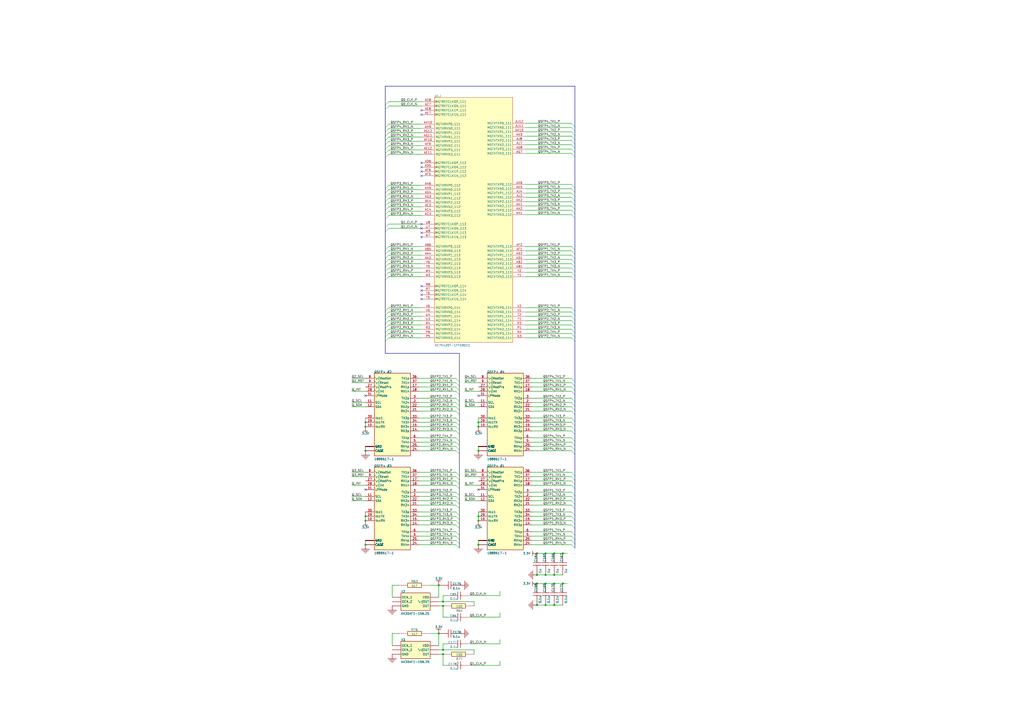
<source format=kicad_sch>
(kicad_sch (version 20221126) (generator eeschema)
  (paper "A2")
  (junction (at 277.5 315.989))
  (junction (at 212 247.489))
  (junction (at 316.5 338.489))
  (junction (at 321.5 338.489))
  (junction (at 254.5 339.489))
  (junction (at 277.5 299.489))
  (junction (at 277.5 261.489))
  (junction (at 256.999 379.489))
  (junction (at 311.5 350.989))
  (junction (at 256.999 376.989))
  (junction (at 277.5 247.489))
  (junction (at 212 244.989))
  (junction (at 311.5 338.489))
  (junction (at 316.5 320.989))
  (junction (at 326.5 320.989))
  (junction (at 321.5 350.989))
  (junction (at 321.5 333.489))
  (junction (at 212 261.489))
  (junction (at 311.5 320.989))
  (junction (at 316.5 333.489))
  (junction (at 256.999 351.489))
  (junction (at 212 301.989))
  (junction (at 212 315.989))
  (junction (at 256.999 348.989))
  (junction (at 212 299.489))
  (junction (at 316.5 350.989))
  (junction (at 321.5 320.989))
  (junction (at 277.5 301.989))
  (junction (at 277.5 244.989))
  (junction (at 326.5 338.489))
  (junction (at 311.5 333.489))
  (junction (at 254.5 367.489))
  (no_connect (at 244.5 66.489))
  (no_connect (at 244.5 137.489))
  (no_connect (at 244.5 94.489))
  (no_connect (at 244.5 96.989))
  (no_connect (at 244.5 99.489))
  (no_connect (at 244.5 165.989))
  (no_connect (at 244.5 129.989))
  (no_connect (at 244.5 168.489))
  (no_connect (at 244.5 173.489))
  (no_connect (at 212 229.489))
  (no_connect (at 212 283.989))
  (no_connect (at 244.5 170.989))
  (no_connect (at 244.5 132.489))
  (no_connect (at 277.5 229.489))
  (no_connect (at 277.5 283.989))
  (no_connect (at 244.5 63.989))
  (no_connect (at 244.5 101.989))
  (no_connect (at 244.5 134.989))
  (bus_entry (at 333.5 126.489) (size -2 -2))
  (bus_entry (at 333.5 149.989) (size -2 -2))
  (bus_entry (at 333.5 275.989) (size -2 -2))
  (bus_entry (at 266.5 249.489) (size -2 -2))
  (bus_entry (at 333.5 192.989) (size -2 -2))
  (bus_entry (at 266.5 237.989) (size -2 -2))
  (bus_entry (at 333.5 237.989) (size -2 -2))
  (bus_entry (at 333.5 162.489) (size -2 -2))
  (bus_entry (at 223.5 83.989) (size 2 -2))
  (bus_entry (at 333.5 303.989) (size -2 -2))
  (bus_entry (at 333.5 246.989) (size -2 -2))
  (bus_entry (at 333.5 147.489) (size -2 -2))
  (bus_entry (at 223.5 116.989) (size 2 -2))
  (bus_entry (at 333.5 195.489) (size -2 -2))
  (bus_entry (at 333.5 287.489) (size -2 -2))
  (bus_entry (at 266.5 255.989) (size -2 -2))
  (bus_entry (at 266.5 287.489) (size -2 -2))
  (bus_entry (at 333.5 187.989) (size -2 -2))
  (bus_entry (at 266.5 278.489) (size -2 -2))
  (bus_entry (at 266.5 251.989) (size -2 -2))
  (bus_entry (at 266.5 294.989) (size -2 -2))
  (bus_entry (at 333.5 294.989) (size -2 -2))
  (bus_entry (at 266.5 315.489) (size -2 -2))
  (bus_entry (at 223.5 119.489) (size 2 -2))
  (bus_entry (at 333.5 226.489) (size -2 -2))
  (bus_entry (at 266.5 244.489) (size -2 -2))
  (bus_entry (at 223.5 114.489) (size 2 -2))
  (bus_entry (at 333.5 244.489) (size -2 -2))
  (bus_entry (at 223.5 157.489) (size 2 -2))
  (bus_entry (at 266.5 292.489) (size -2 -2))
  (bus_entry (at 223.5 126.989) (size 2 -2))
  (bus_entry (at 266.5 312.989) (size -2 -2))
  (bus_entry (at 223.5 81.489) (size 2 -2))
  (bus_entry (at 223.5 60.989) (size 2 -2))
  (bus_entry (at 266.5 240.489) (size -2 -2))
  (bus_entry (at 223.5 195.489) (size 2 -2))
  (bus_entry (at 223.5 192.989) (size 2 -2))
  (bus_entry (at 333.5 118.989) (size -2 -2))
  (bus_entry (at 266.5 280.989) (size -2 -2))
  (bus_entry (at 333.5 301.489) (size -2 -2))
  (bus_entry (at 333.5 292.489) (size -2 -2))
  (bus_entry (at 333.5 223.989) (size -2 -2))
  (bus_entry (at 333.5 73.489) (size -2 -2))
  (bus_entry (at 333.5 75.989) (size -2 -2))
  (bus_entry (at 223.5 144.989) (size 2 -2))
  (bus_entry (at 333.5 232.989) (size -2 -2))
  (bus_entry (at 223.5 124.489) (size 2 -2))
  (bus_entry (at 223.5 162.489) (size 2 -2))
  (bus_entry (at 333.5 83.489) (size -2 -2))
  (bus_entry (at 223.5 147.489) (size 2 -2))
  (bus_entry (at 333.5 263.489) (size -2 -2))
  (bus_entry (at 223.5 190.489) (size 2 -2))
  (bus_entry (at 333.5 280.989) (size -2 -2))
  (bus_entry (at 333.5 111.489) (size -2 -2))
  (bus_entry (at 333.5 283.489) (size -2 -2))
  (bus_entry (at 333.5 228.989) (size -2 -2))
  (bus_entry (at 333.5 310.489) (size -2 -2))
  (bus_entry (at 223.5 154.989) (size 2 -2))
  (bus_entry (at 333.5 157.489) (size -2 -2))
  (bus_entry (at 223.5 121.989) (size 2 -2))
  (bus_entry (at 333.5 289.989) (size -2 -2))
  (bus_entry (at 333.5 108.989) (size -2 -2))
  (bus_entry (at 223.5 109.489) (size 2 -2))
  (bus_entry (at 223.5 111.989) (size 2 -2))
  (bus_entry (at 333.5 144.989) (size -2 -2))
  (bus_entry (at 223.5 180.489) (size 2 -2))
  (bus_entry (at 333.5 78.489) (size -2 -2))
  (bus_entry (at 266.5 298.989) (size -2 -2))
  (bus_entry (at 333.5 278.489) (size -2 -2))
  (bus_entry (at 266.5 228.989) (size -2 -2))
  (bus_entry (at 223.5 73.989) (size 2 -2))
  (bus_entry (at 223.5 149.989) (size 2 -2))
  (bus_entry (at 223.5 63.489) (size 2 -2))
  (bus_entry (at 266.5 223.989) (size -2 -2))
  (bus_entry (at 223.5 76.489) (size 2 -2))
  (bus_entry (at 266.5 263.489) (size -2 -2))
  (bus_entry (at 333.5 260.989) (size -2 -2))
  (bus_entry (at 333.5 80.989) (size -2 -2))
  (bus_entry (at 333.5 123.989) (size -2 -2))
  (bus_entry (at 333.5 306.489) (size -2 -2))
  (bus_entry (at 223.5 182.989) (size 2 -2))
  (bus_entry (at 333.5 180.489) (size -2 -2))
  (bus_entry (at 223.5 185.489) (size 2 -2))
  (bus_entry (at 333.5 88.489) (size -2 -2))
  (bus_entry (at 266.5 235.489) (size -2 -2))
  (bus_entry (at 333.5 315.489) (size -2 -2))
  (bus_entry (at 266.5 221.489) (size -2 -2))
  (bus_entry (at 266.5 303.989) (size -2 -2))
  (bus_entry (at 266.5 283.489) (size -2 -2))
  (bus_entry (at 333.5 85.989) (size -2 -2))
  (bus_entry (at 333.5 197.989) (size -2 -2))
  (bus_entry (at 266.5 232.989) (size -2 -2))
  (bus_entry (at 333.5 159.989) (size -2 -2))
  (bus_entry (at 266.5 301.489) (size -2 -2))
  (bus_entry (at 333.5 185.489) (size -2 -2))
  (bus_entry (at 223.5 131.989) (size 2 -2))
  (bus_entry (at 266.5 306.489) (size -2 -2))
  (bus_entry (at 266.5 310.489) (size -2 -2))
  (bus_entry (at 333.5 182.989) (size -2 -2))
  (bus_entry (at 333.5 317.989) (size -2 -2))
  (bus_entry (at 333.5 152.489) (size -2 -2))
  (bus_entry (at 223.5 91.489) (size 2 -2))
  (bus_entry (at 266.5 260.989) (size -2 -2))
  (bus_entry (at 333.5 90.989) (size -2 -2))
  (bus_entry (at 333.5 235.489) (size -2 -2))
  (bus_entry (at 223.5 134.489) (size 2 -2))
  (bus_entry (at 266.5 258.489) (size -2 -2))
  (bus_entry (at 333.5 240.489) (size -2 -2))
  (bus_entry (at 333.5 190.489) (size -2 -2))
  (bus_entry (at 266.5 275.989) (size -2 -2))
  (bus_entry (at 333.5 312.989) (size -2 -2))
  (bus_entry (at 333.5 221.489) (size -2 -2))
  (bus_entry (at 333.5 113.989) (size -2 -2))
  (bus_entry (at 333.5 298.989) (size -2 -2))
  (bus_entry (at 333.5 121.489) (size -2 -2))
  (bus_entry (at 223.5 187.989) (size 2 -2))
  (bus_entry (at 223.5 152.489) (size 2 -2))
  (bus_entry (at 266.5 226.489) (size -2 -2))
  (bus_entry (at 266.5 317.989) (size -2 -2))
  (bus_entry (at 333.5 249.489) (size -2 -2))
  (bus_entry (at 333.5 154.989) (size -2 -2))
  (bus_entry (at 333.5 255.989) (size -2 -2))
  (bus_entry (at 223.5 88.989) (size 2 -2))
  (bus_entry (at 333.5 258.489) (size -2 -2))
  (bus_entry (at 223.5 159.989) (size 2 -2))
  (bus_entry (at 333.5 251.989) (size -2 -2))
  (bus_entry (at 223.5 86.489) (size 2 -2))
  (bus_entry (at 223.5 78.989) (size 2 -2))
  (bus_entry (at 266.5 246.989) (size -2 -2))
  (bus_entry (at 223.5 197.989) (size 2 -2))
  (bus_entry (at 333.5 116.489) (size -2 -2))
  (bus_entry (at 266.5 289.989) (size -2 -2))
  (wire (pts (xy 289.999 385.989) (xy 289.999 383.489)) (stroke (width 0.254)))
  (wire (pts (xy 244.5 142.989) (xy 225.5 142.989)) (stroke (width 0.254)))
  (wire (pts (xy 272.5 373.489) (xy 289.999 373.489)) (stroke (width 0.254)))
  (wire (pts (xy 308.5 313.489) (xy 331.5 313.489)) (stroke (width 0.254)))
  (wire (pts (xy 308.5 261.489) (xy 331.5 261.489)) (stroke (width 0.254)))
  (bus (pts (xy 333.5 182.989) (xy 333.5 185.489)) (stroke (width 0.254)))
  (bus (pts (xy 223.5 192.989) (xy 223.5 190.489)) (stroke (width 0.254)))
  (bus (pts (xy 333.5 294.989) (xy 333.5 298.989)) (stroke (width 0.254)))
  (wire (pts (xy 244.5 145.489) (xy 225.5 145.489)) (stroke (width 0.254)))
  (wire (pts (xy 243 256.489) (xy 264.5 256.489)) (stroke (width 0.254)))
  (wire (pts (xy 331.5 114.489) (xy 305 114.489)) (stroke (width 0.254)))
  (wire (pts (xy 212 315.989) (xy 212 313.489)) (stroke (width 0.254)))
  (wire (pts (xy 244.5 129.989) (xy 225.5 129.989)) (stroke (width 0.254)))
  (wire (pts (xy 254.5 339.489) (xy 249.5 339.489)) (stroke (width 0.254)))
  (wire (pts (xy 308.5 258.989) (xy 331.5 258.989)) (stroke (width 0.254)))
  (bus (pts (xy 333.5 255.989) (xy 333.5 258.489)) (stroke (width 0.254)))
  (bus (pts (xy 333.5 263.489) (xy 333.5 275.989)) (stroke (width 0.254)))
  (bus (pts (xy 333.5 80.989) (xy 333.5 83.489)) (stroke (width 0.254)))
  (bus (pts (xy 333.5 246.989) (xy 333.5 249.489)) (stroke (width 0.254)))
  (bus (pts (xy 333.5 287.489) (xy 333.5 289.989)) (stroke (width 0.254)))
  (wire (pts (xy 311.5 320.989) (xy 316.5 320.989)) (stroke (width 0.254)))
  (wire (pts (xy 308.5 256.489) (xy 331.5 256.489)) (stroke (width 0.254)))
  (bus (pts (xy 333.5 157.489) (xy 333.5 159.989)) (stroke (width 0.254)))
  (wire (pts (xy 243 315.989) (xy 264.5 315.989)) (stroke (width 0.254)))
  (wire (pts (xy 243 235.989) (xy 264.5 235.989)) (stroke (width 0.254)))
  (wire (pts (xy 305 71.489) (xy 331.5 71.489)) (stroke (width 0.254)))
  (wire (pts (xy 331.5 150.489) (xy 305 150.489)) (stroke (width 0.254)))
  (wire (pts (xy 311.5 338.489) (xy 316.5 338.489)) (stroke (width 0.254)))
  (wire (pts (xy 321.5 350.989) (xy 326.5 350.989)) (stroke (width 0.254)))
  (wire (pts (xy 308.5 301.989) (xy 331.5 301.989)) (stroke (width 0.254)))
  (wire (pts (xy 254.5 348.989) (xy 256.999 348.989)) (stroke (width 0.254)))
  (wire (pts (xy 212 242.489) (xy 212 244.989)) (stroke (width 0.254)))
  (bus (pts (xy 223.5 152.489) (xy 223.5 149.989)) (stroke (width 0.254)))
  (wire (pts (xy 277.5 219.489) (xy 269.5 219.489)) (stroke (width 0.254)))
  (wire (pts (xy 331.5 121.989) (xy 305 121.989)) (stroke (width 0.254)))
  (wire (pts (xy 289.999 345.489) (xy 289.999 342.989)) (stroke (width 0.254)))
  (wire (pts (xy 244.5 152.989) (xy 225.5 152.989)) (stroke (width 0.254)))
  (wire (pts (xy 243 281.489) (xy 264.5 281.489)) (stroke (width 0.254)))
  (wire (pts (xy 277.5 287.989) (xy 269.5 287.989)) (stroke (width 0.254)))
  (wire (pts (xy 308.5 304.489) (xy 331.5 304.489)) (stroke (width 0.254)))
  (wire (pts (xy 305 86.489) (xy 331.5 86.489)) (stroke (width 0.254)))
  (wire (pts (xy 243 273.989) (xy 264.5 273.989)) (stroke (width 0.254)))
  (wire (pts (xy 331.5 157.989) (xy 305 157.989)) (stroke (width 0.254)))
  (wire (pts (xy 212 287.989) (xy 204 287.989)) (stroke (width 0.254)))
  (wire (pts (xy 243 299.489) (xy 264.5 299.489)) (stroke (width 0.254)))
  (bus (pts (xy 333.5 185.489) (xy 333.5 187.989)) (stroke (width 0.254)))
  (bus (pts (xy 223.5 180.489) (xy 223.5 162.489)) (stroke (width 0.254)))
  (wire (pts (xy 244.5 61.489) (xy 225.5 61.489)) (stroke (width 0.254)))
  (bus (pts (xy 333.5 258.489) (xy 333.5 260.989)) (stroke (width 0.254)))
  (wire (pts (xy 225.5 79.489) (xy 244.5 79.489)) (stroke (width 0.254)))
  (bus (pts (xy 223.5 124.489) (xy 223.5 121.989)) (stroke (width 0.254)))
  (bus (pts (xy 333.5 159.989) (xy 333.5 162.489)) (stroke (width 0.254)))
  (wire (pts (xy 308.5 221.989) (xy 331.5 221.989)) (stroke (width 0.254)))
  (wire (pts (xy 243 247.489) (xy 264.5 247.489)) (stroke (width 0.254)))
  (bus (pts (xy 223.5 60.989) (xy 223.5 49.99)) (stroke (width 0.254)))
  (wire (pts (xy 277.5 299.489) (xy 277.5 301.989)) (stroke (width 0.254)))
  (wire (pts (xy 254.5 367.489) (xy 249.5 367.489)) (stroke (width 0.254)))
  (wire (pts (xy 331.5 145.489) (xy 305 145.489)) (stroke (width 0.254)))
  (wire (pts (xy 243 244.989) (xy 264.5 244.989)) (stroke (width 0.254)))
  (wire (pts (xy 212 296.989) (xy 212 299.489)) (stroke (width 0.254)))
  (wire (pts (xy 305 106.989) (xy 331.5 106.989)) (stroke (width 0.254)))
  (wire (pts (xy 243 249.989) (xy 264.5 249.989)) (stroke (width 0.254)))
  (wire (pts (xy 256.999 351.489) (xy 254.5 351.489)) (stroke (width 0.254)))
  (wire (pts (xy 305 185.989) (xy 331.5 185.989)) (stroke (width 0.254)))
  (bus (pts (xy 223.5 190.489) (xy 223.5 187.989)) (stroke (width 0.254)))
  (bus (pts (xy 333.5 187.989) (xy 333.5 190.489)) (stroke (width 0.254)))
  (bus (pts (xy 333.5 228.989) (xy 333.5 232.989)) (stroke (width 0.254)))
  (bus (pts (xy 333.5 301.489) (xy 333.5 303.989)) (stroke (width 0.254)))
  (bus (pts (xy 223.5 114.489) (xy 223.5 111.989)) (stroke (width 0.254)))
  (wire (pts (xy 243 253.989) (xy 264.5 253.989)) (stroke (width 0.254)))
  (bus (pts (xy 223.5 88.989) (xy 223.5 86.489)) (stroke (width 0.254)))
  (wire (pts (xy 243 301.989) (xy 264.5 301.989)) (stroke (width 0.254)))
  (wire (pts (xy 254.5 374.489) (xy 254.5 367.489)) (stroke (width 0.254)))
  (wire (pts (xy 256.999 348.989) (xy 274.999 348.989)) (stroke (width 0.254)))
  (wire (pts (xy 212 273.989) (xy 204 273.989)) (stroke (width 0.254)))
  (wire (pts (xy 308.5 224.489) (xy 331.5 224.489)) (stroke (width 0.254)))
  (wire (pts (xy 305 180.989) (xy 331.5 180.989)) (stroke (width 0.254)))
  (wire (pts (xy 225.5 109.989) (xy 244.5 109.989)) (stroke (width 0.254)))
  (wire (pts (xy 308.5 244.989) (xy 331.5 244.989)) (stroke (width 0.254)))
  (bus (pts (xy 333.5 197.989) (xy 333.5 221.489)) (stroke (width 0.254)))
  (wire (pts (xy 321.5 333.489) (xy 326.5 333.489)) (stroke (width 0.254)))
  (wire (pts (xy 308.5 230.989) (xy 331.5 230.989)) (stroke (width 0.254)))
  (wire (pts (xy 244.5 160.489) (xy 225.5 160.489)) (stroke (width 0.254)))
  (wire (pts (xy 274.999 376.989) (xy 274.999 379.489)) (stroke (width 0.254)))
  (bus (pts (xy 333.5 223.989) (xy 333.5 226.489)) (stroke (width 0.254)))
  (wire (pts (xy 277.5 296.989) (xy 277.5 299.489)) (stroke (width 0.254)))
  (wire (pts (xy 225.5 86.989) (xy 244.5 86.989)) (stroke (width 0.254)))
  (wire (pts (xy 331.5 152.989) (xy 305 152.989)) (stroke (width 0.254)))
  (wire (pts (xy 243 226.989) (xy 264.5 226.989)) (stroke (width 0.254)))
  (wire (pts (xy 256.999 379.489) (xy 256.999 385.989)) (stroke (width 0.254)))
  (wire (pts (xy 212 226.989) (xy 204 226.989)) (stroke (width 0.254)))
  (bus (pts (xy 333.5 147.489) (xy 333.5 149.989)) (stroke (width 0.254)))
  (bus (pts (xy 333.5 310.489) (xy 333.5 312.989)) (stroke (width 0.254)))
  (wire (pts (xy 244.5 132.489) (xy 225.5 132.489)) (stroke (width 0.254)))
  (wire (pts (xy 225.5 107.489) (xy 244.5 107.489)) (stroke (width 0.254)))
  (bus (pts (xy 333.5 162.489) (xy 333.5 180.489)) (stroke (width 0.254)))
  (bus (pts (xy 223.5 83.989) (xy 223.5 81.489)) (stroke (width 0.254)))
  (bus (pts (xy 333.5 90.989) (xy 333.5 108.989)) (stroke (width 0.254)))
  (bus (pts (xy 223.5 131.989) (xy 223.5 126.989)) (stroke (width 0.254)))
  (wire (pts (xy 225.5 71.989) (xy 244.5 71.989)) (stroke (width 0.254)))
  (bus (pts (xy 333.499 49.99) (xy 333.499 73.489)) (stroke (width 0.254)))
  (wire (pts (xy 256.999 357.989) (xy 260 357.989)) (stroke (width 0.254)))
  (bus (pts (xy 333.5 226.489) (xy 333.5 228.989)) (stroke (width 0.254)))
  (wire (pts (xy 277.5 290.489) (xy 269.5 290.489)) (stroke (width 0.254)))
  (wire (pts (xy 311.5 350.989) (xy 316.5 350.989)) (stroke (width 0.254)))
  (wire (pts (xy 308.5 276.489) (xy 331.5 276.489)) (stroke (width 0.254)))
  (wire (pts (xy 308.5 296.989) (xy 331.5 296.989)) (stroke (width 0.254)))
  (bus (pts (xy 333.5 260.989) (xy 333.5 263.489)) (stroke (width 0.254)))
  (wire (pts (xy 243 310.989) (xy 264.5 310.989)) (stroke (width 0.254)))
  (bus (pts (xy 223.5 157.489) (xy 223.5 154.989)) (stroke (width 0.254)))
  (wire (pts (xy 243 221.989) (xy 264.5 221.989)) (stroke (width 0.254)))
  (wire (pts (xy 305 76.489) (xy 331.5 76.489)) (stroke (width 0.254)))
  (bus (pts (xy 333.5 240.489) (xy 333.5 244.489)) (stroke (width 0.254)))
  (bus (pts (xy 333.5 312.989) (xy 333.5 315.489)) (stroke (width 0.254)))
  (bus (pts (xy 333.5 108.989) (xy 333.5 111.489)) (stroke (width 0.254)))
  (wire (pts (xy 225.5 81.989) (xy 244.5 81.989)) (stroke (width 0.254)))
  (bus (pts (xy 333.5 315.489) (xy 333.5 317.989)) (stroke (width 0.254)))
  (wire (pts (xy 331.5 119.489) (xy 305 119.489)) (stroke (width 0.254)))
  (bus (pts (xy 223.5 121.989) (xy 223.5 119.489)) (stroke (width 0.254)))
  (wire (pts (xy 308.5 235.989) (xy 331.5 235.989)) (stroke (width 0.254)))
  (bus (pts (xy 223.5 144.989) (xy 223.5 134.489)) (stroke (width 0.254)))
  (wire (pts (xy 308.5 242.489) (xy 331.5 242.489)) (stroke (width 0.254)))
  (bus (pts (xy 333.5 190.489) (xy 333.5 192.989)) (stroke (width 0.254)))
  (bus (pts (xy 333.5 306.489) (xy 333.5 310.489)) (stroke (width 0.254)))
  (wire (pts (xy 308.5 278.989) (xy 331.5 278.989)) (stroke (width 0.254)))
  (wire (pts (xy 289.999 373.489) (xy 289.999 370.989)) (stroke (width 0.254)))
  (wire (pts (xy 316.5 320.989) (xy 321.5 320.989)) (stroke (width 0.254)))
  (wire (pts (xy 256.999 376.989) (xy 274.999 376.989)) (stroke (width 0.254)))
  (wire (pts (xy 244.5 180.989) (xy 225.5 180.989)) (stroke (width 0.254)))
  (wire (pts (xy 256.999 373.489) (xy 260 373.489)) (stroke (width 0.254)))
  (wire (pts (xy 308.5 299.489) (xy 331.5 299.489)) (stroke (width 0.254)))
  (wire (pts (xy 308.5 253.989) (xy 331.5 253.989)) (stroke (width 0.254)))
  (wire (pts (xy 289.999 357.989) (xy 289.999 355.489)) (stroke (width 0.254)))
  (wire (pts (xy 308.5 273.989) (xy 331.5 273.989)) (stroke (width 0.254)))
  (wire (pts (xy 256.999 385.989) (xy 260 385.989)) (stroke (width 0.254)))
  (wire (pts (xy 225.5 74.489) (xy 244.5 74.489)) (stroke (width 0.254)))
  (wire (pts (xy 243 233.489) (xy 264.5 233.489)) (stroke (width 0.254)))
  (bus (pts (xy 223.5 86.489) (xy 223.5 83.989)) (stroke (width 0.254)))
  (bus (pts (xy 333.5 88.489) (xy 333.5 90.989)) (stroke (width 0.254)))
  (wire (pts (xy 212 290.489) (xy 204 290.489)) (stroke (width 0.254)))
  (wire (pts (xy 243 230.989) (xy 264.5 230.989)) (stroke (width 0.254)))
  (bus (pts (xy 333.5 249.489) (xy 333.5 251.989)) (stroke (width 0.254)))
  (wire (pts (xy 212 235.989) (xy 204 235.989)) (stroke (width 0.254)))
  (wire (pts (xy 225.5 122.489) (xy 244.5 122.489)) (stroke (width 0.254)))
  (bus (pts (xy 333.5 303.989) (xy 333.5 306.489)) (stroke (width 0.254)))
  (bus (pts (xy 333.5 292.489) (xy 333.5 294.989)) (stroke (width 0.254)))
  (wire (pts (xy 243 313.489) (xy 264.5 313.489)) (stroke (width 0.254)))
  (wire (pts (xy 277.5 242.489) (xy 277.5 244.989)) (stroke (width 0.254)))
  (wire (pts (xy 316.5 338.489) (xy 321.5 338.489)) (stroke (width 0.254)))
  (wire (pts (xy 225.5 114.989) (xy 244.5 114.989)) (stroke (width 0.254)))
  (wire (pts (xy 244.5 58.989) (xy 225.5 58.989)) (stroke (width 0.254)))
  (wire (pts (xy 308.5 287.989) (xy 331.5 287.989)) (stroke (width 0.254)))
  (wire (pts (xy 227.5 339.489) (xy 227.5 346.489)) (stroke (width 0.254)))
  (wire (pts (xy 243 296.989) (xy 264.5 296.989)) (stroke (width 0.254)))
  (wire (pts (xy 212 219.489) (xy 204 219.489)) (stroke (width 0.254)))
  (bus (pts (xy 333.5 283.489) (xy 333.5 287.489)) (stroke (width 0.254)))
  (bus (pts (xy 223.5 134.489) (xy 223.5 131.989)) (stroke (width 0.254)))
  (bus (pts (xy 223.5 187.989) (xy 223.5 185.489)) (stroke (width 0.254)))
  (wire (pts (xy 244.5 193.489) (xy 225.5 193.489)) (stroke (width 0.254)))
  (wire (pts (xy 308.5 292.989) (xy 331.5 292.989)) (stroke (width 0.254)))
  (wire (pts (xy 243 219.489) (xy 264.5 219.489)) (stroke (width 0.254)))
  (bus (pts (xy 223.5 154.989) (xy 223.5 152.489)) (stroke (width 0.254)))
  (wire (pts (xy 305 195.989) (xy 331.5 195.989)) (stroke (width 0.254)))
  (wire (pts (xy 225.5 89.489) (xy 244.5 89.489)) (stroke (width 0.254)))
  (bus (pts (xy 223.5 197.989) (xy 223.5 195.489)) (stroke (width 0.254)))
  (wire (pts (xy 212 299.489) (xy 212 301.989)) (stroke (width 0.254)))
  (wire (pts (xy 243 242.489) (xy 264.5 242.489)) (stroke (width 0.254)))
  (wire (pts (xy 231.5 339.489) (xy 227.5 339.489)) (stroke (width 0.254)))
  (wire (pts (xy 277.5 235.989) (xy 269.5 235.989)) (stroke (width 0.254)))
  (wire (pts (xy 305 83.989) (xy 331.5 83.989)) (stroke (width 0.254)))
  (wire (pts (xy 308.5 315.989) (xy 331.5 315.989)) (stroke (width 0.254)))
  (wire (pts (xy 243 258.989) (xy 264.5 258.989)) (stroke (width 0.254)))
  (bus (pts (xy 333.5 123.989) (xy 333.5 126.489)) (stroke (width 0.254)))
  (bus (pts (xy 223.5 73.989) (xy 223.5 63.489)) (stroke (width 0.254)))
  (wire (pts (xy 331.5 160.489) (xy 305 160.489)) (stroke (width 0.254)))
  (wire (pts (xy 331.5 111.989) (xy 305 111.989)) (stroke (width 0.254)))
  (wire (pts (xy 308.5 281.489) (xy 331.5 281.489)) (stroke (width 0.254)))
  (wire (pts (xy 243 285.489) (xy 264.5 285.489)) (stroke (width 0.254)))
  (wire (pts (xy 272.5 357.989) (xy 289.999 357.989)) (stroke (width 0.254)))
  (wire (pts (xy 305 178.489) (xy 331.5 178.489)) (stroke (width 0.254)))
  (bus (pts (xy 223.5 116.989) (xy 223.5 114.489)) (stroke (width 0.254)))
  (bus (pts (xy 333.5 280.989) (xy 333.5 283.489)) (stroke (width 0.254)))
  (bus (pts (xy 333.5 73.489) (xy 333.5 75.989)) (stroke (width 0.254)))
  (wire (pts (xy 308.5 226.989) (xy 331.5 226.989)) (stroke (width 0.254)))
  (bus (pts (xy 333.5 278.489) (xy 333.5 280.989)) (stroke (width 0.254)))
  (bus (pts (xy 223.5 126.989) (xy 223.5 124.489)) (stroke (width 0.254)))
  (bus (pts (xy 333.5 121.489) (xy 333.5 123.989)) (stroke (width 0.254)))
  (bus (pts (xy 333.5 83.489) (xy 333.5 85.989)) (stroke (width 0.254)))
  (wire (pts (xy 305 193.489) (xy 331.5 193.489)) (stroke (width 0.254)))
  (bus (pts (xy 333.5 152.489) (xy 333.5 154.989)) (stroke (width 0.254)))
  (bus (pts (xy 223.5 147.489) (xy 223.5 144.989)) (stroke (width 0.254)))
  (wire (pts (xy 212 276.489) (xy 204 276.489)) (stroke (width 0.254)))
  (bus (pts (xy 333.499 73.489) (xy 333.5 73.489)) (stroke (width 0.254)))
  (wire (pts (xy 308.5 310.989) (xy 331.5 310.989)) (stroke (width 0.254)))
  (wire (pts (xy 244.5 188.489) (xy 225.5 188.489)) (stroke (width 0.254)))
  (wire (pts (xy 244.5 185.989) (xy 225.5 185.989)) (stroke (width 0.254)))
  (wire (pts (xy 243 238.489) (xy 264.5 238.489)) (stroke (width 0.254)))
  (wire (pts (xy 272.5 345.489) (xy 289.999 345.489)) (stroke (width 0.254)))
  (wire (pts (xy 243 308.489) (xy 264.5 308.489)) (stroke (width 0.254)))
  (bus (pts (xy 223.5 63.489) (xy 223.5 60.989)) (stroke (width 0.254)))
  (bus (pts (xy 333.5 144.989) (xy 333.5 147.489)) (stroke (width 0.254)))
  (wire (pts (xy 212 233.489) (xy 204 233.489)) (stroke (width 0.254)))
  (bus (pts (xy 333.5 221.489) (xy 333.5 223.989)) (stroke (width 0.254)))
  (wire (pts (xy 225.5 84.489) (xy 244.5 84.489)) (stroke (width 0.254)))
  (bus (pts (xy 333.5 251.989) (xy 333.5 255.989)) (stroke (width 0.254)))
  (wire (pts (xy 244.5 178.489) (xy 225.5 178.489)) (stroke (width 0.254)))
  (wire (pts (xy 244.5 183.489) (xy 225.5 183.489)) (stroke (width 0.254)))
  (wire (pts (xy 308.5 285.489) (xy 331.5 285.489)) (stroke (width 0.254)))
  (bus (pts (xy 333.5 275.989) (xy 333.5 278.489)) (stroke (width 0.254)))
  (wire (pts (xy 243 304.489) (xy 264.5 304.489)) (stroke (width 0.254)))
  (wire (pts (xy 243 290.489) (xy 264.5 290.489)) (stroke (width 0.254)))
  (wire (pts (xy 316.5 333.489) (xy 321.5 333.489)) (stroke (width 0.254)))
  (wire (pts (xy 326.5 320.989) (xy 329 320.989)) (stroke (width 0.254)))
  (bus (pts (xy 333.5 118.989) (xy 333.5 121.489)) (stroke (width 0.254)))
  (wire (pts (xy 244.5 150.489) (xy 225.5 150.489)) (stroke (width 0.254)))
  (wire (pts (xy 254.5 346.489) (xy 254.5 339.489)) (stroke (width 0.254)))
  (wire (pts (xy 244.5 157.989) (xy 225.5 157.989)) (stroke (width 0.254)))
  (wire (pts (xy 331.5 155.489) (xy 305 155.489)) (stroke (width 0.254)))
  (wire (pts (xy 305 78.989) (xy 331.5 78.989)) (stroke (width 0.254)))
  (wire (pts (xy 225.5 117.489) (xy 244.5 117.489)) (stroke (width 0.254)))
  (wire (pts (xy 305 73.989) (xy 331.5 73.989)) (stroke (width 0.254)))
  (wire (pts (xy 243 261.489) (xy 264.5 261.489)) (stroke (width 0.254)))
  (wire (pts (xy 243 287.989) (xy 264.5 287.989)) (stroke (width 0.254)))
  (bus (pts (xy 223.5 111.989) (xy 223.5 109.489)) (stroke (width 0.254)))
  (wire (pts (xy 308.5 290.489) (xy 331.5 290.489)) (stroke (width 0.254)))
  (bus (pts (xy 333.5 195.489) (xy 333.5 197.989)) (stroke (width 0.254)))
  (wire (pts (xy 311.5 333.489) (xy 316.5 333.489)) (stroke (width 0.254)))
  (wire (pts (xy 277.5 273.989) (xy 269.5 273.989)) (stroke (width 0.254)))
  (wire (pts (xy 277.5 221.989) (xy 269.5 221.989)) (stroke (width 0.254)))
  (bus (pts (xy 266.499 204.989) (xy 223.5 204.989)) (stroke (width 0.254)))
  (bus (pts (xy 333.5 154.989) (xy 333.5 157.489)) (stroke (width 0.254)))
  (wire (pts (xy 212 261.489) (xy 212 258.989)) (stroke (width 0.254)))
  (wire (pts (xy 331.5 124.489) (xy 305 124.489)) (stroke (width 0.254)))
  (wire (pts (xy 256.999 345.489) (xy 256.999 348.989)) (stroke (width 0.254)))
  (bus (pts (xy 333.5 75.989) (xy 333.5 78.489)) (stroke (width 0.254)))
  (wire (pts (xy 227.5 367.489) (xy 227.5 374.489)) (stroke (width 0.254)))
  (wire (pts (xy 231.5 367.489) (xy 227.5 367.489)) (stroke (width 0.254)))
  (wire (pts (xy 243 278.989) (xy 264.5 278.989)) (stroke (width 0.254)))
  (bus (pts (xy 223.5 91.489) (xy 223.5 88.989)) (stroke (width 0.254)))
  (wire (pts (xy 254.5 376.989) (xy 256.999 376.989)) (stroke (width 0.254)))
  (bus (pts (xy 223.5 159.989) (xy 223.5 157.489)) (stroke (width 0.254)))
  (wire (pts (xy 225.5 119.989) (xy 244.5 119.989)) (stroke (width 0.254)))
  (wire (pts (xy 308.5 219.489) (xy 331.5 219.489)) (stroke (width 0.254)))
  (wire (pts (xy 256.999 379.489) (xy 254.5 379.489)) (stroke (width 0.254)))
  (wire (pts (xy 308.5 249.989) (xy 331.5 249.989)) (stroke (width 0.254)))
  (bus (pts (xy 266.5 317.989) (xy 266.499 204.989)) (stroke (width 0.254)))
  (bus (pts (xy 333.5 113.989) (xy 333.5 116.489)) (stroke (width 0.254)))
  (bus (pts (xy 333.5 116.489) (xy 333.5 118.989)) (stroke (width 0.254)))
  (bus (pts (xy 223.5 109.489) (xy 223.5 91.489)) (stroke (width 0.254)))
  (wire (pts (xy 331.5 116.989) (xy 305 116.989)) (stroke (width 0.254)))
  (wire (pts (xy 244.5 147.989) (xy 225.5 147.989)) (stroke (width 0.254)))
  (wire (pts (xy 212 281.489) (xy 204 281.489)) (stroke (width 0.254)))
  (bus (pts (xy 223.5 162.489) (xy 223.5 159.989)) (stroke (width 0.254)))
  (wire (pts (xy 277.5 261.489) (xy 277.5 258.989)) (stroke (width 0.254)))
  (wire (pts (xy 305 183.489) (xy 331.5 183.489)) (stroke (width 0.254)))
  (wire (pts (xy 305 188.489) (xy 331.5 188.489)) (stroke (width 0.254)))
  (wire (pts (xy 243 292.989) (xy 264.5 292.989)) (stroke (width 0.254)))
  (wire (pts (xy 305 81.489) (xy 331.5 81.489)) (stroke (width 0.254)))
  (bus (pts (xy 223.5 78.989) (xy 223.5 76.489)) (stroke (width 0.254)))
  (bus (pts (xy 333.5 237.989) (xy 333.5 240.489)) (stroke (width 0.254)))
  (wire (pts (xy 321.5 320.989) (xy 326.5 320.989)) (stroke (width 0.254)))
  (bus (pts (xy 333.5 235.489) (xy 333.5 237.989)) (stroke (width 0.254)))
  (wire (pts (xy 225.5 76.989) (xy 244.5 76.989)) (stroke (width 0.254)))
  (wire (pts (xy 277.5 233.489) (xy 269.5 233.489)) (stroke (width 0.254)))
  (bus (pts (xy 333.5 126.489) (xy 333.5 144.989)) (stroke (width 0.254)))
  (bus (pts (xy 333.5 111.489) (xy 333.5 113.989)) (stroke (width 0.254)))
  (wire (pts (xy 225.5 112.489) (xy 244.5 112.489)) (stroke (width 0.254)))
  (wire (pts (xy 305 88.989) (xy 331.5 88.989)) (stroke (width 0.254)))
  (bus (pts (xy 223.5 185.489) (xy 223.5 182.989)) (stroke (width 0.254)))
  (wire (pts (xy 308.5 308.489) (xy 331.5 308.489)) (stroke (width 0.254)))
  (wire (pts (xy 277.5 315.989) (xy 277.5 313.489)) (stroke (width 0.254)))
  (wire (pts (xy 331.5 109.489) (xy 305 109.489)) (stroke (width 0.254)))
  (bus (pts (xy 333.5 192.989) (xy 333.5 195.489)) (stroke (width 0.254)))
  (wire (pts (xy 225.5 124.989) (xy 244.5 124.989)) (stroke (width 0.254)))
  (wire (pts (xy 277.5 281.489) (xy 269.5 281.489)) (stroke (width 0.254)))
  (bus (pts (xy 333.5 85.989) (xy 333.5 88.489)) (stroke (width 0.254)))
  (wire (pts (xy 256.999 373.489) (xy 256.999 376.989)) (stroke (width 0.254)))
  (wire (pts (xy 331.5 147.989) (xy 305 147.989)) (stroke (width 0.254)))
  (wire (pts (xy 212 221.989) (xy 204 221.989)) (stroke (width 0.254)))
  (wire (pts (xy 308.5 238.489) (xy 331.5 238.489)) (stroke (width 0.254)))
  (wire (pts (xy 308.5 233.489) (xy 331.5 233.489)) (stroke (width 0.254)))
  (bus (pts (xy 223.5 149.989) (xy 223.5 147.489)) (stroke (width 0.254)))
  (bus (pts (xy 333.5 289.989) (xy 333.5 292.489)) (stroke (width 0.254)))
  (bus (pts (xy 223.5 182.989) (xy 223.5 180.489)) (stroke (width 0.254)))
  (wire (pts (xy 256.999 345.489) (xy 260 345.489)) (stroke (width 0.254)))
  (wire (pts (xy 244.5 190.989) (xy 225.5 190.989)) (stroke (width 0.254)))
  (wire (pts (xy 244.5 155.489) (xy 225.5 155.489)) (stroke (width 0.254)))
  (bus (pts (xy 333.5 78.489) (xy 333.5 80.989)) (stroke (width 0.254)))
  (bus (pts (xy 223.5 204.989) (xy 223.5 197.989)) (stroke (width 0.254)))
  (bus (pts (xy 333.5 232.989) (xy 333.5 235.489)) (stroke (width 0.254)))
  (wire (pts (xy 305 190.989) (xy 331.5 190.989)) (stroke (width 0.254)))
  (bus (pts (xy 223.5 76.489) (xy 223.5 73.989)) (stroke (width 0.254)))
  (wire (pts (xy 256.999 351.489) (xy 256.999 357.989)) (stroke (width 0.254)))
  (bus (pts (xy 223.5 195.489) (xy 223.5 192.989)) (stroke (width 0.254)))
  (bus (pts (xy 223.5 49.99) (xy 333.499 49.99)) (stroke (width 0.254)))
  (bus (pts (xy 223.5 81.489) (xy 223.5 78.989)) (stroke (width 0.254)))
  (bus (pts (xy 333.5 149.989) (xy 333.5 152.489)) (stroke (width 0.254)))
  (wire (pts (xy 243 276.489) (xy 264.5 276.489)) (stroke (width 0.254)))
  (wire (pts (xy 277.5 276.489) (xy 269.5 276.489)) (stroke (width 0.254)))
  (wire (pts (xy 244.5 195.989) (xy 225.5 195.989)) (stroke (width 0.254)))
  (bus (pts (xy 333.5 244.489) (xy 333.5 246.989)) (stroke (width 0.254)))
  (wire (pts (xy 212 244.989) (xy 212 247.489)) (stroke (width 0.254)))
  (wire (pts (xy 277.5 226.989) (xy 269.5 226.989)) (stroke (width 0.254)))
  (wire (pts (xy 308.5 247.489) (xy 331.5 247.489)) (stroke (width 0.254)))
  (wire (pts (xy 274.999 348.989) (xy 274.999 351.489)) (stroke (width 0.254)))
  (wire (pts (xy 272.5 385.989) (xy 289.999 385.989)) (stroke (width 0.254)))
  (wire (pts (xy 331.5 142.989) (xy 305 142.989)) (stroke (width 0.254)))
  (wire (pts (xy 316.5 350.989) (xy 321.5 350.989)) (stroke (width 0.254)))
  (wire (pts (xy 326.5 338.489) (xy 329 338.489)) (stroke (width 0.254)))
  (bus (pts (xy 223.5 119.489) (xy 223.5 116.989)) (stroke (width 0.254)))
  (wire (pts (xy 277.5 244.989) (xy 277.5 247.489)) (stroke (width 0.254)))
  (wire (pts (xy 321.5 338.489) (xy 326.5 338.489)) (stroke (width 0.254)))
  (bus (pts (xy 333.5 180.489) (xy 333.5 182.989)) (stroke (width 0.254)))
  (wire (pts (xy 243 224.489) (xy 264.5 224.489)) (stroke (width 0.254)))
  (bus (pts (xy 333.5 298.989) (xy 333.5 301.489)) (stroke (width 0.254)))
  (label "QSFP2_TX4_N" (at 312 195.989 0))
  (label "QSFP2_RX3_N" (at 226.5 190.989 0))
  (label "QSFP4_RX2_P" (at 226.5 76.989 0))
  (label "QSFP1_TX4_N" (at 315 310.989 0))
  (label "QSFP3_RX3_P" (at 226.5 117.489 0))
  (label "QSFP2_TX1_P" (at 249.5 219.489 0))
  (label "QSFP3_RX2_P" (at 226.5 112.489 0))
  (label "QSFP2_TX1_P" (at 312 178.489 0))
  (label "Q1_SEL" (at 269.5 273.989 0))
  (label "QSFP2_TX2_P" (at 312 183.489 0))
  (label "QSFP3_TX3_N" (at 312 119.489 0))
  (label "QSFP4_RX2_P" (at 315 235.989 0))
  (label "QSFP4_TX4_P" (at 312 86.489 0))
  (label "QSFP1_TX3_P" (at 312 152.989 0))
  (label "QSFP4_RX4_P" (at 226.5 86.989 0))
  (label "Q0_CLK_N" (at 232.5 61.489 0))
  (label "Q_SCL" (at 269.5 233.489 0))
  (label "QSFP4_RX1_P" (at 226.5 71.989 0))
  (label "QSFP2_TX4_N" (at 249.5 256.489 0))
  (label "QSFP3_RX1_P" (at 226.5 107.489 0))
  (label "QSFP1_TX1_N" (at 315 276.489 0))
  (label "QSFP4_TX4_N" (at 312 88.989 0))
  (label "QSFP3_TX3_P" (at 249.5 296.989 0))
  (label "QSFP1_TX3_N" (at 312 155.489 0))
  (label "Q2_RST" (at 204 221.989 0))
  (label "QSFP1_RX3_P" (at 226.5 152.989 0))
  (label "QSFP1_TX2_N" (at 315 287.989 0))
  (label "QSFP1_RX1_P" (at 226.5 142.989 0))
  (label "QSFP4_TX3_P" (at 312 81.489 0))
  (label "QSFP2_RX2_N" (at 226.5 185.989 0))
  (label "QSFP1_RX1_P" (at 315 278.989 0))
  (label "QSFP3_TX4_N" (at 312 124.489 0))
  (label "QSFP3_RX1_P" (at 249.5 278.989 0))
  (label "QSFP1_RX2_P" (at 315 290.489 0))
  (label "QSFP1_TX3_N" (at 315 299.489 0))
  (label "QSFP1_TX1_N" (at 312 145.489 0))
  (label "QSFP3_TX1_P" (at 312 106.989 0))
  (label "Q_SCL" (at 269.5 287.989 0))
  (label "QSFP2_RX2_P" (at 226.5 183.489 0))
  (label "QSFP2_TX4_P" (at 312 193.489 0))
  (label "QSFP2_RX1_N" (at 226.5 180.989 0))
  (label "QSFP3_RX4_P" (at 226.5 122.489 0))
  (label "Q0_CLK_N" (at 272.5 345.489 0))
  (label "QSFP2_TX1_N" (at 249.5 221.989 0))
  (label "QSFP3_RX2_N" (at 226.5 114.989 0))
  (label "QSFP1_RX2_N" (at 226.5 150.489 0))
  (label "QSFP4_TX3_P" (at 315 242.489 0))
  (label "Q_SCL" (at 204 233.489 0))
  (label "QSFP2_RX2_P" (at 249.5 235.989 0))
  (label "QSFP3_TX2_P" (at 312 111.989 0))
  (label "Q_SDA" (at 204 290.489 0))
  (label "QSFP2_RX3_P" (at 226.5 188.489 0))
  (label "QSFP4_TX4_P" (at 315 253.989 0))
  (label "QSFP4_RX1_N" (at 226.5 74.489 0))
  (label "QSFP4_TX4_N" (at 315 256.489 0))
  (label "QSFP2_TX1_N" (at 312 180.989 0))
  (label "QSFP2_RX4_P" (at 249.5 258.989 0))
  (label "QSFP3_TX1_P" (at 249.5 273.989 0))
  (label "QSFP4_RX1_N" (at 315 226.989 0))
  (label "QSFP2_TX3_P" (at 312 188.489 0))
  (label "QSFP4_TX2_P" (at 315 230.989 0))
  (label "QSFP3_TX2_N" (at 312 114.489 0))
  (label "QSFP1_RX3_N" (at 315 304.489 0))
  (label "QSFP1_RX1_N" (at 226.5 145.489 0))
  (label "QSFP2_RX4_N" (at 226.5 195.989 0))
  (label "Q0_CLK_P" (at 232.5 58.989 0))
  (label "QSFP2_RX3_N" (at 249.5 249.989 0))
  (label "QSFP4_RX4_P" (at 315 258.989 0))
  (label "QSFP4_TX3_N" (at 312 83.989 0))
  (label "QSFP4_RX3_N" (at 315 249.989 0))
  (label "Q1_CLK_N" (at 272.5 373.489 0))
  (label "QSFP4_RX3_P" (at 226.5 81.989 0))
  (label "QSFP3_TX3_N" (at 249.5 299.489 0))
  (label "QSFP4_TX2_P" (at 312 76.489 0))
  (label "QSFP3_TX4_P" (at 249.5 308.489 0))
  (label "Q_SDA" (at 269.5 290.489 0))
  (label "QSFP1_TX4_P" (at 315 308.489 0))
  (label "QSFP3_RX4_N" (at 249.5 315.989 0))
  (label "QSFP3_RX2_N" (at 249.5 292.989 0))
  (label "Q_SDA" (at 204 235.989 0))
  (label "QSFP4_RX4_N" (at 226.5 89.489 0))
  (label "QSFP4_TX1_P" (at 312 71.489 0))
  (label "QSFP1_TX1_P" (at 315 273.989 0))
  (label "QSFP2_RX4_P" (at 226.5 193.489 0))
  (label "QSFP3_TX1_N" (at 249.5 276.489 0))
  (label "Q3_SEL" (at 204 273.989 0))
  (label "QSFP4_TX1_N" (at 312 73.989 0))
  (label "Q1_CLK_P" (at 272.5 385.989 0))
  (label "QSFP3_RX3_N" (at 226.5 119.989 0))
  (label "QSFP4_TX2_N" (at 315 233.489 0))
  (label "QSFP2_RX1_P" (at 226.5 178.489 0))
  (label "QSFP4_TX2_N" (at 312 78.989 0))
  (label "QSFP3_TX2_N" (at 249.5 287.989 0))
  (label "QSFP2_TX3_P" (at 249.5 242.489 0))
  (label "QSFP4_RX4_N" (at 315 261.489 0))
  (label "QSFP3_TX3_P" (at 312 116.989 0))
  (label "QSFP2_TX3_N" (at 312 190.989 0))
  (label "Q1_CLK_N" (at 232.5 132.489 0))
  (label "QSFP2_TX2_P" (at 249.5 230.989 0))
  (label "QSFP3_RX1_N" (at 249.5 281.489 0))
  (label "Q4_RST" (at 269.5 221.989 0))
  (label "QSFP3_TX4_P" (at 312 121.989 0))
  (label "QSFP2_RX1_N" (at 249.5 226.989 0))
  (label "QSFP1_RX3_P" (at 315 301.989 0))
  (label "QSFP1_TX3_P" (at 315 296.989 0))
  (label "QSFP2_RX2_N" (at 249.5 238.489 0))
  (label "QSFP1_RX2_N" (at 315 292.989 0))
  (label "QSFP4_RX1_P" (at 315 224.489 0))
  (label "QSFP2_RX3_P" (at 249.5 247.489 0))
  (label "QSFP3_RX3_N" (at 249.5 304.489 0))
  (label "QSFP1_RX4_N" (at 226.5 160.489 0))
  (label "QSFP2_TX2_N" (at 312 185.989 0))
  (label "QSFP4_TX1_N" (at 315 221.989 0))
  (label "QSFP1_TX4_N" (at 312 160.489 0))
  (label "QSFP3_RX4_N" (at 226.5 124.989 0))
  (label "QSFP1_RX4_P" (at 226.5 157.989 0))
  (label "QSFP3_RX2_P" (at 249.5 290.489 0))
  (label "QSFP4_TX3_N" (at 315 244.989 0))
  (label "QSFP3_RX1_N" (at 226.5 109.989 0))
  (label "Q_INT" (at 269.5 226.989 0))
  (label "QSFP3_TX2_P" (at 249.5 285.489 0))
  (label "QSFP1_TX1_P" (at 312 142.989 0))
  (label "QSFP1_TX2_N" (at 312 150.489 0))
  (label "QSFP1_RX4_P" (at 315 313.489 0))
  (label "QSFP2_TX4_P" (at 249.5 253.989 0))
  (label "QSFP1_RX4_N" (at 315 315.989 0))
  (label "Q1_RST" (at 269.5 276.489 0))
  (label "QSFP3_TX4_N" (at 249.5 310.989 0))
  (label "QSFP2_TX2_N" (at 249.5 233.489 0))
  (label "Q2_SEL" (at 204 219.489 0))
  (label "QSFP3_TX1_N" (at 312 109.489 0))
  (label "Q1_CLK_P" (at 232.5 129.989 0))
  (label "QSFP3_RX4_P" (at 249.5 313.489 0))
  (label "QSFP4_RX3_P" (at 315 247.489 0))
  (label "Q_INT" (at 204 281.489 0))
  (label "QSFP1_TX2_P" (at 312 147.989 0))
  (label "QSFP4_TX1_P" (at 315 219.489 0))
  (label "Q_INT" (at 269.5 281.489 0))
  (label "QSFP1_RX2_P" (at 226.5 147.989 0))
  (label "QSFP1_TX2_P" (at 315 285.489 0))
  (label "QSFP3_RX3_P" (at 249.5 301.989 0))
  (label "Q_INT" (at 204 226.989 0))
  (label "QSFP2_TX3_N" (at 249.5 244.989 0))
  (label "QSFP1_TX4_P" (at 312 157.989 0))
  (label "Q_SDA" (at 269.5 235.989 0))
  (label "Q3_RST" (at 204 276.489 0))
  (label "QSFP4_RX2_N" (at 226.5 79.489 0))
  (label "Q4_SEL" (at 269.5 219.489 0))
  (label "QSFP4_RX2_N" (at 315 238.489 0))
  (label "QSFP2_RX1_P" (at 249.5 224.489 0))
  (label "QSFP2_RX4_N" (at 249.5 261.489 0))
  (label "Q_SCL" (at 204 287.989 0))
  (label "Q0_CLK_P" (at 272.5 357.989 0))
  (label "QSFP1_RX3_N" (at 226.5 155.489 0))
  (label "QSFP4_RX3_N" (at 226.5 84.489 0))
  (label "QSFP1_RX1_N" (at 315 281.489 0))
  (symbol (lib_id "m-blanc-altium-import:3.3V") (at 311.5 338.489 270) (unit 1)
    (property "Reference" "#PWR?" (effects hide))
    (property "Value" "3.3V" (at 307.69 338.489 90) (effects (justify right)))
  )
  (symbol (lib_id "m-blanc-altium-import:root_1_CAP 0402") (at 316.5 333.489 0) (unit 1)
    (property "Reference" "C165" (at 316.5 325.989 90) (effects (justify left bottom)))
    (property "Value" "1u" (at 319 332.489 90) (effects (justify left bottom)))
    (property "Footprint" "SMD0402" (effects hide))
  )
  (symbol (lib_id "m-blanc-altium-import:3.3V") (at 212 247.489 0) (unit 1)
    (property "Reference" "#PWR?" (effects hide))
    (property "Value" "3.3V" (at 212 251.299 0))
  )
  (symbol (lib_id "m-blanc-altium-import:3.3V") (at 212 301.989 0) (unit 1)
    (property "Reference" "#PWR?" (effects hide))
    (property "Value" "3.3V" (at 212 305.799 0))
  )
  (symbol (lib_id "m-blanc-altium-import:3.3V") (at 277.5 247.489 0) (unit 1)
    (property "Reference" "#PWR?" (effects hide))
    (property "Value" "3.3V" (at 277.5 251.299 0))
  )
  (symbol (lib_id "m-blanc-altium-import:root_1_CAP 0402") (at 321.5 333.489 0) (unit 1)
    (property "Reference" "C166" (at 321.5 325.989 90) (effects (justify left bottom)))
    (property "Value" "1u" (at 324 332.489 90) (effects (justify left bottom)))
    (property "Footprint" "SMD0402" (effects hide))
  )
  (symbol (lib_id "m-blanc-altium-import:root_0_RES 0402") (at 231.5 339.489 0) (unit 1)
    (property "Reference" "R63" (at 238.506 337.947 0) (effects (justify left bottom)))
    (property "Value" "4k7" (at 238.574 340.56 0) (effects (justify left bottom)))
    (property "Footprint" "SMD0402" (effects hide))
  )
  (symbol (lib_id "m-blanc-altium-import:GND") (at 277.5 261.489 0) (unit 1)
    (property "Reference" "#PWR?" (effects hide))
    (property "Value" "GND" (effects hide))
  )
  (symbol (lib_id "m-blanc-altium-import:GND") (at 311.5 333.489 270) (unit 1)
    (property "Reference" "#PWR?" (effects hide))
    (property "Value" "GND" (effects hide))
  )
  (symbol (lib_id "m-blanc-altium-import:GND") (at 311.5 350.989 270) (unit 1)
    (property "Reference" "#PWR?" (effects hide))
    (property "Value" "GND" (effects hide))
  )
  (symbol (lib_id "m-blanc-altium-import:GND") (at 227.5 351.489 0) (unit 1)
    (property "Reference" "#PWR?" (effects hide))
    (property "Value" "GND" (effects hide))
  )
  (symbol (lib_id "m-blanc-altium-import:GND") (at 227.5 379.489 0) (unit 1)
    (property "Reference" "#PWR?" (effects hide))
    (property "Value" "GND" (effects hide))
  )
  (symbol (lib_id "m-blanc-altium-import:root_0_CAP 0402") (at 260 373.489 0) (unit 1)
    (property "Reference" "C177" (at 259.999 373.489 0) (effects (justify left bottom)))
    (property "Value" "0.1u" (at 260.999 375.989 0) (effects (justify left bottom)))
    (property "Footprint" "SMD0402" (effects hide))
  )
  (symbol (lib_id "m-blanc-altium-import:3.3V") (at 311.5 320.989 270) (unit 1)
    (property "Reference" "#PWR?" (effects hide))
    (property "Value" "3.3V" (at 307.69 320.989 90) (effects (justify right)))
  )
  (symbol (lib_id "m-blanc-altium-import:root_0_AX3DAF1-100.0000") (at 227.5 346.489 0) (unit 1)
    (property "Reference" "Y2" (at 232.58 343.949 0) (effects (justify left bottom)))
    (property "Value" "AX3DAF1-156.25" (at 232.58 356.649 0) (effects (justify left bottom)))
    (property "Footprint" "AX3DAF11000000" (effects hide))
    (property "DATASHEET LINK" "https://abracon.com/datasheets/AX3.pdf" (effects hide))
    (property "HEIGHT" "1.1mm" (effects hide))
    (property "MANUFACTURER_NAME" "ABRACON" (effects hide))
    (property "MANUFACTURER_PART_NUMBER" "AX3DAF1-100.0000" (effects hide))
    (property "MOUSER PART NUMBER" "815-AX3DAF1-100.0000" (effects hide))
    (property "MOUSER PRICE/STOCK" "https://www.mouser.com/Search/Refine.aspx?Keyword=815-AX3DAF1-100.0000" (effects hide))
    (property "ARROW PART NUMBER" "AX3DAF1-100.0000" (effects hide))
    (property "ARROW PRICE/STOCK" "https://www.arrow.com/en/products/ax3daf1-100.0000/abracon" (effects hide))
  )
  (symbol (lib_id "m-blanc-altium-import:root_0_1888617-1") (at 217 270.989 0) (unit 1)
    (property "Reference" "QSFP+ #3" (at 217.08 270.949 0) (effects (justify left bottom)))
    (property "Value" "1888617-1" (at 217.08 321.529 0) (effects (justify left bottom)))
    (property "Footprint" "18886171" (effects hide))
    (property "DATASHEET LINK" "https://www.mouser.com/datasheet/2/418/NG_CS_1773408-1_Pluggable_IXO_Solutions_-_QSFP_061-1244175.pdf" (effects hide))
    (property "HEIGHT" "9.7mm" (effects hide))
    (property "MANUFACTURER_NAME" "TE Connectivity" (effects hide))
    (property "MANUFACTURER_PART_NUMBER" "1888617-1" (effects hide))
    (property "ARROW PART NUMBER" "1888617-1" (effects hide))
    (property "ARROW PRICE/STOCK" "https://www.arrow.com/en/products/1888617-1/te-connectivity" (effects hide))
    (property "MOUSER PART NUMBER" "571-1888617-1" (effects hide))
    (property "MOUSER PRICE/STOCK" "https://www.mouser.com/Search/Refine.aspx?Keyword=571-1888617-1" (effects hide))
  )
  (symbol (lib_id "m-blanc-altium-import:root_1_CAP 0402") (at 321.5 350.989 0) (unit 1)
    (property "Reference" "C170" (at 321.5 343.489 90) (effects (justify left bottom)))
    (property "Value" "0.1u" (at 324 349.989 90) (effects (justify left bottom)))
    (property "Footprint" "SMD0402" (effects hide))
  )
  (symbol (lib_id "m-blanc-altium-import:3.3V") (at 277.5 301.989 0) (unit 1)
    (property "Reference" "#PWR?" (effects hide))
    (property "Value" "3.3V" (at 277.5 305.799 0))
  )
  (symbol (lib_id "m-blanc-altium-import:root_0_1888617-1") (at 282.5 270.989 0) (unit 1)
    (property "Reference" "QSFP+ #1" (at 282.58 270.949 0) (effects (justify left bottom)))
    (property "Value" "1888617-1" (at 282.58 321.529 0) (effects (justify left bottom)))
    (property "Footprint" "18886171" (effects hide))
    (property "DATASHEET LINK" "https://www.mouser.com/datasheet/2/418/NG_CS_1773408-1_Pluggable_IXO_Solutions_-_QSFP_061-1244175.pdf" (effects hide))
    (property "HEIGHT" "9.7mm" (effects hide))
    (property "MANUFACTURER_NAME" "TE Connectivity" (effects hide))
    (property "MANUFACTURER_PART_NUMBER" "1888617-1" (effects hide))
    (property "ARROW PART NUMBER" "1888617-1" (effects hide))
    (property "ARROW PRICE/STOCK" "https://www.arrow.com/en/products/1888617-1/te-connectivity" (effects hide))
    (property "MOUSER PART NUMBER" "571-1888617-1" (effects hide))
    (property "MOUSER PRICE/STOCK" "https://www.mouser.com/Search/Refine.aspx?Keyword=571-1888617-1" (effects hide))
  )
  (symbol (lib_id "m-blanc-altium-import:root_2_RES 0402") (at 274.999 351.489 0) (unit 1)
    (property "Reference" "R64" (at 264.499 354.989 0) (effects (justify left bottom)))
    (property "Value" "100" (at 264.499 352.489 0) (effects (justify left bottom)))
    (property "Footprint" "SMD0402" (effects hide))
  )
  (symbol (lib_id "m-blanc-altium-import:GND") (at 212 315.989 0) (unit 1)
    (property "Reference" "#PWR?" (effects hide))
    (property "Value" "GND" (effects hide))
  )
  (symbol (lib_id "m-blanc-altium-import:root_0_CAP 0402") (at 254.5 367.489 0) (unit 1)
    (property "Reference" "C176" (at 262.499 367.489 0) (effects (justify left bottom)))
    (property "Value" "0.1u" (at 262.499 369.989 0) (effects (justify left bottom)))
    (property "Footprint" "SMD0402" (effects hide))
  )
  (symbol (lib_id "m-blanc-altium-import:root_1_CAP 0402") (at 311.5 333.489 0) (unit 1)
    (property "Reference" "C164" (at 311.5 325.989 90) (effects (justify left bottom)))
    (property "Value" "1u" (at 314 332.489 90) (effects (justify left bottom)))
    (property "Footprint" "SMD0402" (effects hide))
  )
  (symbol (lib_id "m-blanc-altium-import:root_1_CAP 0402") (at 311.5 350.989 0) (unit 1)
    (property "Reference" "C168" (at 311.5 343.489 90) (effects (justify left bottom)))
    (property "Value" "0.1u" (at 314 349.989 90) (effects (justify left bottom)))
    (property "Footprint" "SMD0402" (effects hide))
  )
  (symbol (lib_id "m-blanc-altium-import:root_1_CAP 0402") (at 316.5 350.989 0) (unit 1)
    (property "Reference" "C169" (at 316.5 343.489 90) (effects (justify left bottom)))
    (property "Value" "0.1u" (at 319 349.989 90) (effects (justify left bottom)))
    (property "Footprint" "SMD0402" (effects hide))
  )
  (symbol (lib_id "m-blanc-altium-import:GND") (at 212 261.489 0) (unit 1)
    (property "Reference" "#PWR?" (effects hide))
    (property "Value" "GND" (effects hide))
  )
  (symbol (lib_id "m-blanc-altium-import:GND") (at 267 339.489 90) (unit 1)
    (property "Reference" "#PWR?" (effects hide))
    (property "Value" "GND" (effects hide))
  )
  (symbol (lib_id "m-blanc-altium-import:root_0_CAP 0402") (at 260 357.989 0) (unit 1)
    (property "Reference" "C86" (at 261 357.989 0) (effects (justify left bottom)))
    (property "Value" "0.1u" (at 261 360.489 0) (effects (justify left bottom)))
    (property "Footprint" "SMD0402" (effects hide))
  )
  (symbol (lib_id "m-blanc-altium-import:GND") (at 267 367.489 90) (unit 1)
    (property "Reference" "#PWR?" (effects hide))
    (property "Value" "GND" (effects hide))
  )
  (symbol (lib_id "m-blanc-altium-import:root_0_CAP 0402") (at 254.5 339.489 0) (unit 1)
    (property "Reference" "C175" (at 262.499 339.489 0) (effects (justify left bottom)))
    (property "Value" "0.1u" (at 262.499 341.989 0) (effects (justify left bottom)))
    (property "Footprint" "SMD0402" (effects hide))
  )
  (symbol (lib_id "m-blanc-altium-import:root_1_CAP 0402") (at 326.5 333.489 0) (unit 1)
    (property "Reference" "C167" (at 326.5 325.989 90) (effects (justify left bottom)))
    (property "Value" "1u" (at 329 332.489 90) (effects (justify left bottom)))
    (property "Footprint" "SMD0402" (effects hide))
  )
  (symbol (lib_id "m-blanc-altium-import:root_0_1888617-1") (at 282.5 216.489 0) (unit 1)
    (property "Reference" "QSFP+ #4" (at 282.58 216.449 0) (effects (justify left bottom)))
    (property "Value" "1888617-1" (at 282.58 267.029 0) (effects (justify left bottom)))
    (property "Footprint" "18886171" (effects hide))
    (property "DATASHEET LINK" "https://www.mouser.com/datasheet/2/418/NG_CS_1773408-1_Pluggable_IXO_Solutions_-_QSFP_061-1244175.pdf" (effects hide))
    (property "HEIGHT" "9.7mm" (effects hide))
    (property "MANUFACTURER_NAME" "TE Connectivity" (effects hide))
    (property "MANUFACTURER_PART_NUMBER" "1888617-1" (effects hide))
    (property "ARROW PART NUMBER" "1888617-1" (effects hide))
    (property "ARROW PRICE/STOCK" "https://www.arrow.com/en/products/1888617-1/te-connectivity" (effects hide))
    (property "MOUSER PART NUMBER" "571-1888617-1" (effects hide))
    (property "MOUSER PRICE/STOCK" "https://www.mouser.com/Search/Refine.aspx?Keyword=571-1888617-1" (effects hide))
  )
  (symbol (lib_id "m-blanc-altium-import:GND") (at 277.5 315.989 0) (unit 1)
    (property "Reference" "#PWR?" (effects hide))
    (property "Value" "GND" (effects hide))
  )
  (symbol (lib_id "m-blanc-altium-import:root_0_CAP 0402") (at 260 345.489 0) (unit 1)
    (property "Reference" "C85" (at 260.999 345.489 0) (effects (justify left bottom)))
    (property "Value" "0.1u" (at 260.999 347.989 0) (effects (justify left bottom)))
    (property "Footprint" "SMD0402" (effects hide))
  )
  (symbol (lib_id "m-blanc-altium-import:root_0_RES 0402") (at 231.5 367.489 0) (unit 1)
    (property "Reference" "R76" (at 238.506 365.947 0) (effects (justify left bottom)))
    (property "Value" "4k7" (at 238.574 368.56 0) (effects (justify left bottom)))
    (property "Footprint" "SMD0402" (effects hide))
  )
  (symbol (lib_id "m-blanc-altium-import:root_0_XC7K420T-1FFG901C") (at 252 56.489 0) (unit 10)
    (property "Reference" "U1" (at 252 56.489 0) (effects (justify left bottom)))
    (property "Value" "XC7K420T-1FFG901C" (at 252 201.029 0) (effects (justify left bottom)))
    (property "Footprint" "FFG901" (effects hide))
    (property "DATASHEETVERSION" "v1.12" (effects hide))
    (property "PACKAGEVERSION" "Rev 1.8" (effects hide))
    (property "PACKAGEREFERENCE" "FFG901" (effects hide))
    (property "PACKAGEDESCRIPTION" "Flip-Chip BGA, Body 31 x 31 mm, 1.0 mm Pitch" (effects hide))
    (property "GTX" "28" (effects hide))
    (property "GENERIC PART NUMBER" "XC7K420T" (effects hide))
    (property "ROHS" "Pb-Free" (effects hide))
    (property "SELECTIO HP" "0" (effects hide))
    (property "SELECTIO HR" "380" (effects hide))
    (property "SPEED GRADE" "-1" (effects hide))
    (property "MOUNTING TECHNOLOGY" "Surface Mount" (effects hide))
    (property "CODE_JEDEC" "MS-034-AAN-1" (effects hide))
    (property "MANUFACTURER" "Xilinx" (effects hide))
    (property "PARTNUMBER" "XC7K420T-1FFG901C" (effects hide))
    (property "COMPONENTLINK1DESCRIPTION" "Datasheet" (effects hide))
    (property "COMPONENTLINK1URL" "http://www.xilinx.com/support/documentation/data_sheets/ds180_7Series_Overview.pdf" (effects hide))
    (property "COMPONENTLINK2DESCRIPTION" "Package Specification" (effects hide))
    (property "COMPONENTLINK2URL" "http://www.xilinx.com/support/documentation/user_guides/ug475_7Series_Pkg_Pinout.pdf" (effects hide))
  )
  (symbol (lib_id "m-blanc-altium-import:root_0_AX3DAF1-100.0000") (at 227.5 374.489 0) (unit 1)
    (property "Reference" "Y3" (at 232.58 371.949 0) (effects (justify left bottom)))
    (property "Value" "AX3DAF1-156.25" (at 232.58 384.649 0) (effects (justify left bottom)))
    (property "Footprint" "AX3DAF11000000" (effects hide))
    (property "DATASHEET LINK" "https://abracon.com/datasheets/AX3.pdf" (effects hide))
    (property "HEIGHT" "1.1mm" (effects hide))
    (property "MANUFACTURER_NAME" "ABRACON" (effects hide))
    (property "MANUFACTURER_PART_NUMBER" "AX3DAF1-100.0000" (effects hide))
    (property "MOUSER PART NUMBER" "815-AX3DAF1-100.0000" (effects hide))
    (property "MOUSER PRICE/STOCK" "https://www.mouser.com/Search/Refine.aspx?Keyword=815-AX3DAF1-100.0000" (effects hide))
    (property "ARROW PART NUMBER" "AX3DAF1-100.0000" (effects hide))
    (property "ARROW PRICE/STOCK" "https://www.arrow.com/en/products/ax3daf1-100.0000/abracon" (effects hide))
  )
  (symbol (lib_id "m-blanc-altium-import:root_2_RES 0402") (at 274.999 379.489 0) (unit 1)
    (property "Reference" "R77" (at 264.499 382.989 0) (effects (justify left bottom)))
    (property "Value" "100" (at 264.499 380.489 0) (effects (justify left bottom)))
    (property "Footprint" "SMD0402" (effects hide))
  )
  (symbol (lib_id "m-blanc-altium-import:3.3V") (at 254.5 339.489 180) (unit 1)
    (property "Reference" "#PWR?" (effects hide))
    (property "Value" "3.3V" (at 254.5 335.679 0))
  )
  (symbol (lib_id "m-blanc-altium-import:root_0_CAP 0402") (at 260 385.989 0) (unit 1)
    (property "Reference" "C178" (at 259.999 385.989 0) (effects (justify left bottom)))
    (property "Value" "0.1u" (at 261 388.489 0) (effects (justify left bottom)))
    (property "Footprint" "SMD0402" (effects hide))
  )
  (symbol (lib_id "m-blanc-altium-import:root_0_1888617-1") (at 217 216.489 0) (unit 1)
    (property "Reference" "QSFP+ #2" (at 217.08 216.449 0) (effects (justify left bottom)))
    (property "Value" "1888617-1" (at 217.08 267.029 0) (effects (justify left bottom)))
    (property "Footprint" "18886171" (effects hide))
    (property "DATASHEET LINK" "https://www.mouser.com/datasheet/2/418/NG_CS_1773408-1_Pluggable_IXO_Solutions_-_QSFP_061-1244175.pdf" (effects hide))
    (property "HEIGHT" "9.7mm" (effects hide))
    (property "MANUFACTURER_NAME" "TE Connectivity" (effects hide))
    (property "MANUFACTURER_PART_NUMBER" "1888617-1" (effects hide))
    (property "ARROW PART NUMBER" "1888617-1" (effects hide))
    (property "ARROW PRICE/STOCK" "https://www.arrow.com/en/products/1888617-1/te-connectivity" (effects hide))
    (property "MOUSER PART NUMBER" "571-1888617-1" (effects hide))
    (property "MOUSER PRICE/STOCK" "https://www.mouser.com/Search/Refine.aspx?Keyword=571-1888617-1" (effects hide))
  )
  (symbol (lib_id "m-blanc-altium-import:root_1_CAP 0402") (at 326.5 350.989 0) (unit 1)
    (property "Reference" "C171" (at 326.5 343.489 90) (effects (justify left bottom)))
    (property "Value" "0.1u" (at 329 349.989 90) (effects (justify left bottom)))
    (property "Footprint" "SMD0402" (effects hide))
  )
  (symbol (lib_id "m-blanc-altium-import:3.3V") (at 254.5 367.489 180) (unit 1)
    (property "Reference" "#PWR?" (effects hide))
    (property "Value" "3.3V" (at 254.5 363.679 0))
  )
)
</source>
